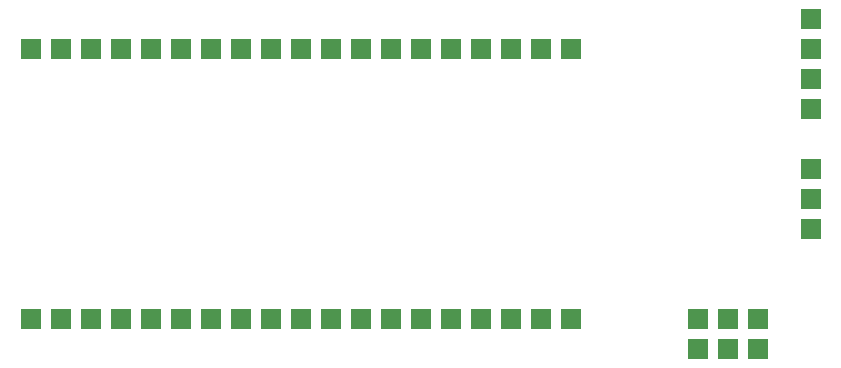
<source format=gbr>
G04 DesignSpark PCB Gerber Version 10.0 Build 5299*
G04 #@! TF.Part,Single*
G04 #@! TF.FileFunction,Soldermask,Bot*
G04 #@! TF.FilePolarity,Negative*
%FSLAX35Y35*%
%MOIN*%
G04 #@! TA.AperFunction,WasherPad*
%ADD88R,0.07000X0.07000*%
G04 #@! TD.AperFunction*
X0Y0D02*
D02*
D88*
X32750Y52750D03*
Y142750D03*
X42750Y52750D03*
Y142750D03*
X52750Y52750D03*
Y142750D03*
X62750Y52750D03*
Y142750D03*
X72750Y52750D03*
Y142750D03*
X82750Y52750D03*
Y142750D03*
X92750Y52750D03*
Y142750D03*
X102750Y52750D03*
Y142750D03*
X112750Y52750D03*
Y142750D03*
X122750Y52750D03*
Y142750D03*
X132750Y52750D03*
Y142750D03*
X142750Y52750D03*
Y142750D03*
X152750Y52750D03*
Y142750D03*
X162750Y52750D03*
Y142750D03*
X172750Y52750D03*
Y142750D03*
X182750Y52750D03*
Y142750D03*
X192750Y52750D03*
Y142750D03*
X202750Y52750D03*
Y142750D03*
X212750Y52750D03*
Y142750D03*
X255250Y42750D03*
Y52750D03*
X265250Y42750D03*
Y52750D03*
X275250Y42750D03*
Y52750D03*
X292750Y82750D03*
Y92750D03*
Y102750D03*
Y122750D03*
Y132750D03*
Y142750D03*
Y152750D03*
X0Y0D02*
M02*

</source>
